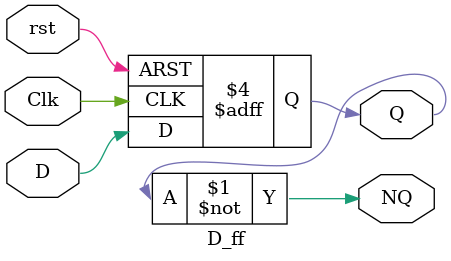
<source format=v>
module D_ff (output reg Q,output NQ,input  D, Clk, rst);

assign NQ = ~Q;

always@ (posedge Clk, negedge rst)
if (rst==0) 
Q <= 1'b0; 
else 
 Q <= D;
endmodule

</source>
